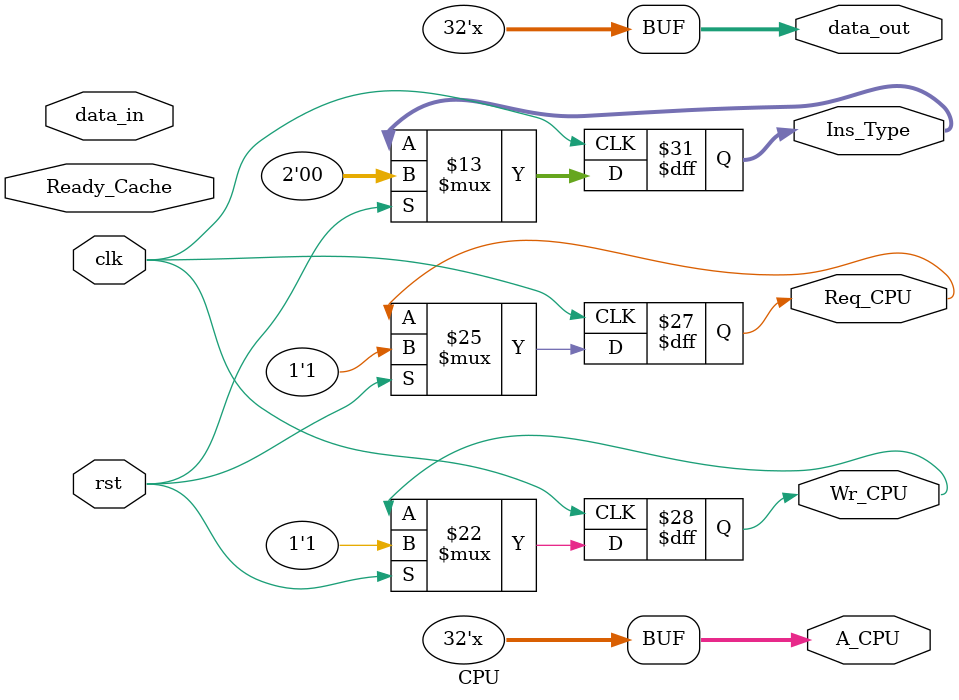
<source format=v>
`timescale 1ns / 1ps


module CPU(clk,rst,
            Ready_Cache,			
			data_in,				
            Req_CPU,            
			Wr_CPU,				
			A_CPU,				
			data_out,
			Ins_Type			
          );
          input									clk;
          input                                 rst;
          //input from CPU
          input                                 Ready_Cache;
          input    [31:0]                       data_in;
          output                                Req_CPU;
          output                                Wr_CPU;
          output    [31:0]                      A_CPU;
          output    [31:0]                      data_out;
          output    [1:0]                       Ins_Type;
          
         reg                                Req_CPU;
         reg                                Wr_CPU;
          reg    [31:0]                      A_CPU;
          reg    [31:0]                      data_out;
         reg    [1:0]                       Ins_Type;
          
              
          always@ (posedge clk) begin
            if(rst) begin
                Req_CPU = 1;
                Wr_CPU = 1;
                A_CPU = 1;
                data_out = 64;
                Ins_Type = 0;
           end
         end 
         
         always @(clk) begin
           if(Ready_Cache == 1) begin
                A_CPU = A_CPU + 1;
                data_out = data_out + 1;
           end
        end //end always
            
endmodule

</source>
